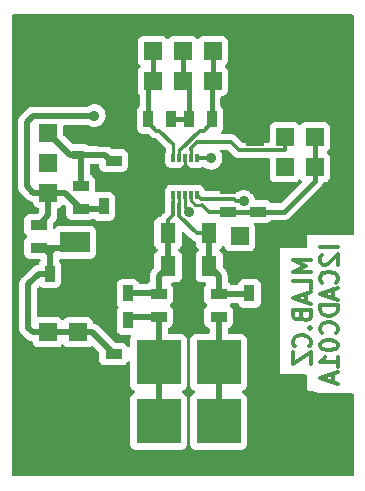
<source format=gbr>
%TF.GenerationSoftware,KiCad,Pcbnew,6.0.11+dfsg-1~bpo11+1*%
%TF.CreationDate,2023-05-28T01:27:10+00:00*%
%TF.ProjectId,I2CADC01,49324341-4443-4303-912e-6b696361645f,rev?*%
%TF.SameCoordinates,Original*%
%TF.FileFunction,Copper,L2,Bot*%
%TF.FilePolarity,Positive*%
%FSLAX46Y46*%
G04 Gerber Fmt 4.6, Leading zero omitted, Abs format (unit mm)*
G04 Created by KiCad (PCBNEW 6.0.11+dfsg-1~bpo11+1) date 2023-05-28 01:27:10*
%MOMM*%
%LPD*%
G01*
G04 APERTURE LIST*
%ADD10C,0.300000*%
%TA.AperFunction,NonConductor*%
%ADD11C,0.300000*%
%TD*%
%TA.AperFunction,ComponentPad*%
%ADD12R,1.524000X1.524000*%
%TD*%
%TA.AperFunction,ComponentPad*%
%ADD13C,6.000000*%
%TD*%
%TA.AperFunction,ComponentPad*%
%ADD14R,3.810000X3.810000*%
%TD*%
%TA.AperFunction,SMDPad,CuDef*%
%ADD15R,0.889000X1.397000*%
%TD*%
%TA.AperFunction,SMDPad,CuDef*%
%ADD16R,1.397000X0.889000*%
%TD*%
%TA.AperFunction,SMDPad,CuDef*%
%ADD17R,2.499360X1.800860*%
%TD*%
%TA.AperFunction,SMDPad,CuDef*%
%ADD18R,1.300480X1.699260*%
%TD*%
%TA.AperFunction,SMDPad,CuDef*%
%ADD19R,0.300000X0.650000*%
%TD*%
%TA.AperFunction,SMDPad,CuDef*%
%ADD20R,1.240000X0.775000*%
%TD*%
%TA.AperFunction,SMDPad,CuDef*%
%ADD21R,1.000760X0.800100*%
%TD*%
%TA.AperFunction,ViaPad*%
%ADD22C,0.889000*%
%TD*%
%TA.AperFunction,Conductor*%
%ADD23C,0.400000*%
%TD*%
%TA.AperFunction,Conductor*%
%ADD24C,0.254000*%
%TD*%
%TA.AperFunction,Conductor*%
%ADD25C,0.300000*%
%TD*%
%TA.AperFunction,Conductor*%
%ADD26C,0.500000*%
%TD*%
G04 APERTURE END LIST*
D10*
D11*
X26078571Y19053428D02*
X24578571Y19053428D01*
X25650000Y18553428D01*
X24578571Y18053428D01*
X26078571Y18053428D01*
X26078571Y16624857D02*
X26078571Y17339142D01*
X24578571Y17339142D01*
X25650000Y16196285D02*
X25650000Y15482000D01*
X26078571Y16339142D02*
X24578571Y15839142D01*
X26078571Y15339142D01*
X25292857Y14339142D02*
X25364285Y14124857D01*
X25435714Y14053428D01*
X25578571Y13982000D01*
X25792857Y13982000D01*
X25935714Y14053428D01*
X26007142Y14124857D01*
X26078571Y14267714D01*
X26078571Y14839142D01*
X24578571Y14839142D01*
X24578571Y14339142D01*
X24650000Y14196285D01*
X24721428Y14124857D01*
X24864285Y14053428D01*
X25007142Y14053428D01*
X25150000Y14124857D01*
X25221428Y14196285D01*
X25292857Y14339142D01*
X25292857Y14839142D01*
X25935714Y13339142D02*
X26007142Y13267714D01*
X26078571Y13339142D01*
X26007142Y13410571D01*
X25935714Y13339142D01*
X26078571Y13339142D01*
X25935714Y11767714D02*
X26007142Y11839142D01*
X26078571Y12053428D01*
X26078571Y12196285D01*
X26007142Y12410571D01*
X25864285Y12553428D01*
X25721428Y12624857D01*
X25435714Y12696285D01*
X25221428Y12696285D01*
X24935714Y12624857D01*
X24792857Y12553428D01*
X24650000Y12410571D01*
X24578571Y12196285D01*
X24578571Y12053428D01*
X24650000Y11839142D01*
X24721428Y11767714D01*
X24578571Y11267714D02*
X24578571Y10267714D01*
X26078571Y11267714D01*
X26078571Y10267714D01*
D10*
D11*
X28364571Y20156571D02*
X26864571Y20156571D01*
X27007428Y19513714D02*
X26936000Y19442285D01*
X26864571Y19299428D01*
X26864571Y18942285D01*
X26936000Y18799428D01*
X27007428Y18728000D01*
X27150285Y18656571D01*
X27293142Y18656571D01*
X27507428Y18728000D01*
X28364571Y19585142D01*
X28364571Y18656571D01*
X28221714Y17156571D02*
X28293142Y17228000D01*
X28364571Y17442285D01*
X28364571Y17585142D01*
X28293142Y17799428D01*
X28150285Y17942285D01*
X28007428Y18013714D01*
X27721714Y18085142D01*
X27507428Y18085142D01*
X27221714Y18013714D01*
X27078857Y17942285D01*
X26936000Y17799428D01*
X26864571Y17585142D01*
X26864571Y17442285D01*
X26936000Y17228000D01*
X27007428Y17156571D01*
X27936000Y16585142D02*
X27936000Y15870857D01*
X28364571Y16728000D02*
X26864571Y16228000D01*
X28364571Y15728000D01*
X28364571Y15228000D02*
X26864571Y15228000D01*
X26864571Y14870857D01*
X26936000Y14656571D01*
X27078857Y14513714D01*
X27221714Y14442285D01*
X27507428Y14370857D01*
X27721714Y14370857D01*
X28007428Y14442285D01*
X28150285Y14513714D01*
X28293142Y14656571D01*
X28364571Y14870857D01*
X28364571Y15228000D01*
X28221714Y12870857D02*
X28293142Y12942285D01*
X28364571Y13156571D01*
X28364571Y13299428D01*
X28293142Y13513714D01*
X28150285Y13656571D01*
X28007428Y13728000D01*
X27721714Y13799428D01*
X27507428Y13799428D01*
X27221714Y13728000D01*
X27078857Y13656571D01*
X26936000Y13513714D01*
X26864571Y13299428D01*
X26864571Y13156571D01*
X26936000Y12942285D01*
X27007428Y12870857D01*
X26864571Y11942285D02*
X26864571Y11799428D01*
X26936000Y11656571D01*
X27007428Y11585142D01*
X27150285Y11513714D01*
X27436000Y11442285D01*
X27793142Y11442285D01*
X28078857Y11513714D01*
X28221714Y11585142D01*
X28293142Y11656571D01*
X28364571Y11799428D01*
X28364571Y11942285D01*
X28293142Y12085142D01*
X28221714Y12156571D01*
X28078857Y12228000D01*
X27793142Y12299428D01*
X27436000Y12299428D01*
X27150285Y12228000D01*
X27007428Y12156571D01*
X26936000Y12085142D01*
X26864571Y11942285D01*
X28364571Y10013714D02*
X28364571Y10870857D01*
X28364571Y10442285D02*
X26864571Y10442285D01*
X27078857Y10585142D01*
X27221714Y10728000D01*
X27293142Y10870857D01*
X27936000Y9442285D02*
X27936000Y8728000D01*
X28364571Y9585142D02*
X26864571Y9085142D01*
X28364571Y8585142D01*
D12*
%TO.P,J1,1*%
%TO.N,GND*%
X3810000Y15494000D03*
%TO.P,J1,2*%
X6350000Y15494000D03*
%TO.P,J1,3*%
%TO.N,Net-(C5-Pad2)*%
X3810000Y12954000D03*
%TO.P,J1,4*%
X6350000Y12954000D03*
%TO.P,J1,5*%
%TO.N,GND*%
X3810000Y10414000D03*
%TO.P,J1,6*%
X6350000Y10414000D03*
%TD*%
%TO.P,J3,1*%
%TO.N,GND*%
X22606000Y21082000D03*
%TO.P,J3,2*%
%TO.N,Net-(J3-Pad2)*%
X20066000Y21082000D03*
%TD*%
%TO.P,J5,1*%
%TO.N,VCC*%
X26416000Y26924000D03*
%TO.P,J5,2*%
%TO.N,/CA0*%
X23876000Y26924000D03*
%TD*%
%TO.P,J6,1*%
%TO.N,VCC*%
X26416000Y29464000D03*
%TO.P,J6,2*%
%TO.N,/CA1*%
X23876000Y29464000D03*
%TD*%
%TO.P,J7,1*%
%TO.N,GND*%
X20320000Y36766500D03*
%TO.P,J7,2*%
X20320000Y34226500D03*
%TO.P,J7,3*%
%TO.N,/SDA*%
X17780000Y36766500D03*
%TO.P,J7,4*%
X17780000Y34226500D03*
%TO.P,J7,5*%
%TO.N,VCC*%
X15240000Y36766500D03*
%TO.P,J7,6*%
X15240000Y34226500D03*
%TO.P,J7,7*%
%TO.N,/SCL*%
X12700000Y36766500D03*
%TO.P,J7,8*%
X12700000Y34226500D03*
%TO.P,J7,9*%
%TO.N,GND*%
X10160000Y36766500D03*
%TO.P,J7,10*%
X10160000Y34226500D03*
%TD*%
D13*
%TO.P,M1,1*%
%TO.N,GND*%
X5080000Y35560000D03*
%TD*%
%TO.P,M2,1*%
%TO.N,GND*%
X25400000Y5080000D03*
%TD*%
%TO.P,M3,1*%
%TO.N,GND*%
X25400000Y35560000D03*
%TD*%
%TO.P,M4,1*%
%TO.N,GND*%
X5080000Y5080000D03*
%TD*%
D14*
%TO.P,P1,1*%
%TO.N,Net-(P1-Pad1)*%
X18288000Y5414000D03*
X18288000Y10414000D03*
%TD*%
%TO.P,P2,1*%
%TO.N,Net-(P2-Pad1)*%
X13208000Y10414000D03*
X13208000Y5414000D03*
%TD*%
D12*
%TO.P,J4,1*%
%TO.N,Net-(C8-Pad2)*%
X3873500Y29845000D03*
%TO.P,J4,2*%
%TO.N,Net-(J4-Pad2)*%
X3873500Y27305000D03*
%TO.P,J4,3*%
%TO.N,VCC*%
X3873500Y24765000D03*
%TD*%
%TO.P,J8,1*%
%TO.N,GND*%
X21336000Y26924000D03*
%TO.P,J8,2*%
X21336000Y29464000D03*
%TD*%
D15*
%TO.P,C1,1*%
%TO.N,GND*%
X22796500Y16256000D03*
%TO.P,C1,2*%
%TO.N,Net-(C1-Pad2)*%
X20891500Y16256000D03*
%TD*%
%TO.P,C2,1*%
%TO.N,Net-(C2-Pad1)*%
X10604500Y16256000D03*
%TO.P,C2,2*%
%TO.N,GND*%
X8699500Y16256000D03*
%TD*%
D16*
%TO.P,C3,1*%
%TO.N,GND*%
X21590000Y25082500D03*
%TO.P,C3,2*%
%TO.N,VCC*%
X21590000Y23177500D03*
%TD*%
%TO.P,C4,1*%
%TO.N,GND*%
X19050000Y25082500D03*
%TO.P,C4,2*%
%TO.N,VCC*%
X19050000Y23177500D03*
%TD*%
D17*
%TO.P,D1,1*%
%TO.N,GND*%
X10126980Y20574000D03*
%TO.P,D1,2*%
%TO.N,Net-(C5-Pad2)*%
X6129020Y20574000D03*
%TD*%
D18*
%TO.P,D2,1*%
%TO.N,Net-(C1-Pad2)*%
X17498060Y18542000D03*
%TO.P,D2,2*%
%TO.N,Net-(C2-Pad1)*%
X13997940Y18542000D03*
%TD*%
%TO.P,D3,1*%
%TO.N,Net-(C2-Pad1)*%
X13997940Y21336000D03*
%TO.P,D3,2*%
%TO.N,Net-(C1-Pad2)*%
X17498060Y21336000D03*
%TD*%
D16*
%TO.P,R1,1*%
%TO.N,Net-(C1-Pad2)*%
X18288000Y16192500D03*
%TO.P,R1,2*%
%TO.N,Net-(P1-Pad1)*%
X18288000Y14287500D03*
%TD*%
%TO.P,R2,1*%
%TO.N,Net-(C2-Pad1)*%
X13208000Y16192500D03*
%TO.P,R2,2*%
%TO.N,Net-(P2-Pad1)*%
X13208000Y14287500D03*
%TD*%
%TO.P,R3,1*%
%TO.N,Net-(C8-Pad2)*%
X6604000Y25336500D03*
%TO.P,R3,2*%
%TO.N,VCC*%
X6604000Y23431500D03*
%TD*%
D15*
%TO.P,R4,1*%
%TO.N,/SDA*%
X17716500Y30988000D03*
%TO.P,R4,2*%
%TO.N,VCC*%
X15811500Y30988000D03*
%TD*%
%TO.P,R5,1*%
%TO.N,/SCL*%
X12319000Y30988000D03*
%TO.P,R5,2*%
%TO.N,VCC*%
X14224000Y30988000D03*
%TD*%
D19*
%TO.P,U1,1*%
%TO.N,Net-(J4-Pad2)*%
X16430500Y24612000D03*
%TO.P,U1,2*%
%TO.N,VCC*%
X15930500Y24612000D03*
%TO.P,U1,3*%
%TO.N,Net-(J3-Pad2)*%
X15430500Y24612000D03*
%TO.P,U1,4*%
%TO.N,Net-(C1-Pad2)*%
X14930500Y24612000D03*
%TO.P,U1,5*%
%TO.N,Net-(C2-Pad1)*%
X14430500Y24612000D03*
%TO.P,U1,6*%
%TO.N,/SCL*%
X14430500Y27712000D03*
%TO.P,U1,7*%
%TO.N,/SDA*%
X14930500Y27712000D03*
%TO.P,U1,8*%
%TO.N,GND*%
X15430500Y27712000D03*
%TO.P,U1,9*%
%TO.N,/CA1*%
X15930500Y27712000D03*
%TO.P,U1,10*%
%TO.N,/CA0*%
X16430500Y27712000D03*
D20*
%TO.P,U1,11*%
%TO.N,GND*%
X14810500Y26549500D03*
X14810500Y25774500D03*
X16050500Y25774500D03*
X16050500Y26549500D03*
%TD*%
D21*
%TO.P,D4,1*%
%TO.N,Net-(C8-Pad2)*%
X6393180Y28003500D03*
%TO.P,D4,2*%
%TO.N,GND*%
X6393180Y29908500D03*
%TO.P,D4,3*%
X8592820Y28956000D03*
%TD*%
D16*
%TO.P,L1,1*%
%TO.N,Net-(C5-Pad2)*%
X3048000Y20129500D03*
%TO.P,L1,2*%
%TO.N,VCC*%
X3048000Y22034500D03*
%TD*%
D15*
%TO.P,C5,1*%
%TO.N,GND*%
X5905500Y17907000D03*
%TO.P,C5,2*%
%TO.N,Net-(C5-Pad2)*%
X4000500Y17907000D03*
%TD*%
%TO.P,C6,1*%
%TO.N,GND*%
X10477500Y23622000D03*
%TO.P,C6,2*%
%TO.N,VCC*%
X8572500Y23622000D03*
%TD*%
D16*
%TO.P,C7,1*%
%TO.N,GND*%
X9398000Y9207500D03*
%TO.P,C7,2*%
%TO.N,Net-(C5-Pad2)*%
X9398000Y11112500D03*
%TD*%
%TO.P,C8,1*%
%TO.N,GND*%
X9398000Y25590500D03*
%TO.P,C8,2*%
%TO.N,Net-(C8-Pad2)*%
X9398000Y27495500D03*
%TD*%
D15*
%TO.P,R6,1*%
%TO.N,GND*%
X8699500Y13970000D03*
%TO.P,R6,2*%
%TO.N,Net-(P2-Pad1)*%
X10604500Y13970000D03*
%TD*%
D22*
%TO.N,VCC*%
X7757524Y31309999D03*
%TO.N,Net-(J3-Pad2)*%
X15748000Y23177500D03*
%TO.N,/CA0*%
X17653000Y27686000D03*
%TO.N,Net-(J4-Pad2)*%
X20402158Y24041436D03*
%TD*%
D23*
%TO.N,GND*%
X10160000Y36766500D02*
X10160000Y34226500D01*
D24*
X15430500Y27169500D02*
X14810500Y26549500D01*
D23*
X20320000Y36766500D02*
X20320000Y34226500D01*
D24*
X15430500Y27712000D02*
X15430500Y27169500D01*
X15430500Y27169500D02*
X16050500Y26549500D01*
D25*
%TO.N,Net-(C1-Pad2)*%
X17498060Y21336000D02*
X16413638Y21336000D01*
D24*
X14930500Y24612000D02*
X14930500Y23846618D01*
D25*
X14930500Y22819138D02*
X14930500Y23846618D01*
D26*
X17498060Y18542000D02*
X17498060Y21336000D01*
X18288000Y16192500D02*
X18288000Y17752060D01*
X20828000Y16192500D02*
X20891500Y16256000D01*
D25*
X16413638Y21336000D02*
X14930500Y22819138D01*
D26*
X18288000Y16192500D02*
X20828000Y16192500D01*
X18288000Y17752060D02*
X17498060Y18542000D01*
%TO.N,Net-(C2-Pad1)*%
X10604500Y16256000D02*
X13144500Y16256000D01*
X13208000Y17752060D02*
X13997940Y18542000D01*
X13997940Y18542000D02*
X13997940Y21336000D01*
D24*
X14430500Y24304500D02*
X14430490Y24304490D01*
X14430500Y21768560D02*
X13997940Y21336000D01*
D25*
X13997940Y21336000D02*
X13997940Y22485630D01*
D24*
X14430490Y24304490D02*
X14430490Y23992878D01*
D26*
X13208000Y16192500D02*
X13208000Y17752060D01*
D25*
X13997940Y22485630D02*
X14430490Y22918180D01*
D26*
X13144500Y16256000D02*
X13208000Y16192500D01*
D25*
X14430490Y22918180D02*
X14430490Y23992878D01*
D24*
X14430500Y24612000D02*
X14430500Y24304500D01*
D23*
%TO.N,VCC*%
X15811500Y30988000D02*
X14224000Y30988000D01*
D26*
X3873500Y24765000D02*
X2611500Y24765000D01*
X7757524Y31309999D02*
X6280149Y31309999D01*
D23*
X15240000Y36766500D02*
X15240000Y34226500D01*
D26*
X6604000Y23431500D02*
X8534400Y23431500D01*
D23*
X23831500Y23177500D02*
X22688500Y23177500D01*
D25*
X16891000Y23749000D02*
X17462500Y23177500D01*
D23*
X22688500Y23177500D02*
X21590000Y23177500D01*
X26416000Y26924000D02*
X26416000Y25762000D01*
D26*
X3873500Y24765000D02*
X3873500Y22860000D01*
D24*
X15930500Y24612000D02*
X15930500Y24136822D01*
D23*
X26416000Y26924000D02*
X26416000Y29464000D01*
D26*
X2032000Y25344500D02*
X2032000Y30732150D01*
X2032000Y30732150D02*
X2609849Y31309999D01*
D23*
X15811500Y33655000D02*
X15240000Y34226500D01*
D24*
X15930500Y24136822D02*
X16318322Y23749000D01*
D23*
X26416000Y25762000D02*
X23831500Y23177500D01*
D26*
X5270500Y24765000D02*
X6604000Y23431500D01*
X3406709Y22393209D02*
X3048000Y22034500D01*
X3873500Y22860000D02*
X3048000Y22034500D01*
D23*
X15811500Y30988000D02*
X15811500Y33655000D01*
X21590000Y23177500D02*
X19050000Y23177500D01*
D26*
X3873500Y24765000D02*
X5270500Y24765000D01*
X2611500Y24765000D02*
X2032000Y25344500D01*
D24*
X16318322Y23749000D02*
X16891000Y23749000D01*
D25*
X17462500Y23177500D02*
X19050000Y23177500D01*
D26*
X3873500Y24765000D02*
X3873500Y24701500D01*
X2609849Y31309999D02*
X6280149Y31309999D01*
D24*
%TO.N,Net-(J3-Pad2)*%
X15430500Y23495000D02*
X15748000Y23177500D01*
X15430500Y24612000D02*
X15430500Y23495000D01*
D25*
%TO.N,/CA0*%
X23876000Y26924000D02*
X23703142Y26924000D01*
X17653000Y27686000D02*
X16456501Y27686000D01*
X16456501Y27686000D02*
X16430501Y27712000D01*
%TO.N,/CA1*%
X23876000Y28402000D02*
X23876000Y29464000D01*
X23825999Y28351999D02*
X23876000Y28402000D01*
X16429620Y29083000D02*
X19304000Y29083000D01*
X20035001Y28351999D02*
X23825999Y28351999D01*
D24*
X15930500Y27712000D02*
X15930500Y28376500D01*
D25*
X15930500Y28583880D02*
X16429620Y29083000D01*
X15930500Y28376500D02*
X15930500Y28583880D01*
X19304000Y29083000D02*
X20035001Y28351999D01*
%TO.N,/SDA*%
X17716500Y30988000D02*
X17716500Y30734000D01*
X17716500Y30734000D02*
X17018000Y30035500D01*
D24*
X14930500Y28291000D02*
X15027148Y28387648D01*
D25*
X17018000Y30035500D02*
X16675000Y30035500D01*
D23*
X17780000Y36766500D02*
X17780000Y34226500D01*
D25*
X16675000Y30035500D02*
X15027148Y28387648D01*
D24*
X14930500Y27712000D02*
X14930500Y28291000D01*
D23*
X17716500Y30988000D02*
X17716500Y34163000D01*
X17716500Y34163000D02*
X17780000Y34226500D01*
D25*
%TO.N,/SCL*%
X12319000Y30734000D02*
X13017500Y30035500D01*
D23*
X12319000Y33845500D02*
X12700000Y34226500D01*
X12700000Y36766500D02*
X12700000Y34226500D01*
D25*
X13271500Y30035500D02*
X14430500Y28876500D01*
X13017500Y30035500D02*
X13271500Y30035500D01*
D23*
X12319000Y30988000D02*
X12319000Y33845500D01*
D24*
X14430500Y27712000D02*
X14430500Y28876500D01*
D25*
X12319000Y30988000D02*
X12319000Y30734000D01*
D26*
%TO.N,Net-(P1-Pad1)*%
X18288000Y7819000D02*
X18288000Y10414000D01*
X18288000Y5414000D02*
X18288000Y7819000D01*
X18288000Y10414000D02*
X18288000Y14287500D01*
%TO.N,Net-(P2-Pad1)*%
X13208000Y7819000D02*
X13208000Y10414000D01*
X10922000Y14287500D02*
X10604500Y13970000D01*
X13208000Y5414000D02*
X13208000Y7819000D01*
X13208000Y10414000D02*
X13208000Y14287500D01*
X13208000Y14287500D02*
X10922000Y14287500D01*
%TO.N,Net-(C5-Pad2)*%
X4000500Y19621500D02*
X4000500Y19730371D01*
X4399629Y20129500D02*
X5684520Y20129500D01*
X4000500Y19621500D02*
X3492500Y20129500D01*
X2159000Y13343000D02*
X2159000Y17010000D01*
X3810000Y12954000D02*
X6350000Y12954000D01*
X5684520Y20129500D02*
X6129020Y20574000D01*
X7556500Y12954000D02*
X9398000Y11112500D01*
X2159000Y17010000D02*
X3056000Y17907000D01*
X3056000Y17907000D02*
X4000500Y17907000D01*
X6350000Y12954000D02*
X7556500Y12954000D01*
X2548000Y12954000D02*
X2159000Y13343000D01*
X6413500Y12890500D02*
X6350000Y12954000D01*
X3048000Y20129500D02*
X4399629Y20129500D01*
X4000500Y17907000D02*
X4000500Y19621500D01*
X3492500Y20129500D02*
X3048000Y20129500D01*
X4000500Y19730371D02*
X4399629Y20129500D01*
X3810000Y12954000D02*
X2548000Y12954000D01*
D25*
%TO.N,Net-(J4-Pad2)*%
X20402158Y24041436D02*
X19773541Y24041436D01*
X19773541Y24041436D02*
X19565969Y24249008D01*
X16793492Y24249008D02*
X16430501Y24611999D01*
X16430501Y24611999D02*
X16430501Y24612000D01*
X19565969Y24249008D02*
X16793492Y24249008D01*
D26*
%TO.N,Net-(C8-Pad2)*%
X3937000Y29908500D02*
X3873500Y29845000D01*
X5715000Y28003500D02*
X3873500Y29845000D01*
X8626068Y28003500D02*
X9266034Y27363534D01*
X6604000Y25336500D02*
X6604000Y27792680D01*
D23*
X6493510Y28003500D02*
X6393180Y28003500D01*
D26*
X6393180Y28003500D02*
X8626068Y28003500D01*
X6604000Y27792680D02*
X6393180Y28003500D01*
X6393180Y28003500D02*
X5715000Y28003500D01*
%TD*%
%TA.AperFunction,Conductor*%
%TO.N,GND*%
G36*
X29659621Y39857498D02*
G01*
X29706114Y39803842D01*
X29717500Y39751500D01*
X29717500Y21298215D01*
X29697498Y21230094D01*
X29643842Y21183601D01*
X29591500Y21172215D01*
X25745000Y21172215D01*
X25745000Y20195072D01*
X25724998Y20126951D01*
X25671342Y20080458D01*
X25619000Y20069072D01*
X23459000Y20069072D01*
X23459000Y9394929D01*
X25619000Y9394929D01*
X25687121Y9374927D01*
X25733614Y9321271D01*
X25745000Y9268929D01*
X25745000Y7783786D01*
X29591500Y7783786D01*
X29659621Y7763784D01*
X29706114Y7710128D01*
X29717500Y7657786D01*
X29717500Y888500D01*
X29697498Y820379D01*
X29643842Y773886D01*
X29591500Y762500D01*
X888500Y762500D01*
X820379Y782502D01*
X773886Y836158D01*
X762500Y888500D01*
X762500Y25371151D01*
X1268801Y25371151D01*
X1269394Y25363859D01*
X1269394Y25363856D01*
X1273085Y25318482D01*
X1273500Y25308267D01*
X1273500Y25300207D01*
X1273925Y25296563D01*
X1276789Y25271993D01*
X1277222Y25267618D01*
X1278948Y25246404D01*
X1283140Y25194863D01*
X1285396Y25187899D01*
X1286587Y25181940D01*
X1287971Y25176085D01*
X1288818Y25168819D01*
X1313735Y25100173D01*
X1315152Y25096045D01*
X1333484Y25039459D01*
X1337649Y25026601D01*
X1341445Y25020346D01*
X1343951Y25014872D01*
X1346670Y25009442D01*
X1349167Y25002563D01*
X1353180Y24996443D01*
X1353180Y24996442D01*
X1389186Y24941524D01*
X1391523Y24937820D01*
X1429405Y24875393D01*
X1433121Y24871185D01*
X1433122Y24871184D01*
X1436803Y24867016D01*
X1436776Y24866992D01*
X1439429Y24864000D01*
X1442132Y24860767D01*
X1446144Y24854648D01*
X1473608Y24828631D01*
X1502383Y24801372D01*
X1504825Y24798994D01*
X2027730Y24276089D01*
X2040116Y24261677D01*
X2048649Y24250082D01*
X2048654Y24250077D01*
X2052992Y24244182D01*
X2058570Y24239443D01*
X2058573Y24239440D01*
X2093268Y24209965D01*
X2100784Y24203035D01*
X2106480Y24197339D01*
X2109341Y24195076D01*
X2109346Y24195071D01*
X2128766Y24179707D01*
X2132167Y24176918D01*
X2187785Y24129667D01*
X2194298Y24126341D01*
X2199337Y24122980D01*
X2204479Y24119804D01*
X2210216Y24115266D01*
X2276375Y24084345D01*
X2280269Y24082442D01*
X2345308Y24049231D01*
X2352417Y24047492D01*
X2358051Y24045396D01*
X2363821Y24043477D01*
X2370450Y24040378D01*
X2377613Y24038888D01*
X2377616Y24038887D01*
X2428330Y24028339D01*
X2441935Y24025509D01*
X2446213Y24024540D01*
X2513728Y24008020D01*
X2575142Y23972401D01*
X2607550Y23909232D01*
X2608758Y23901142D01*
X2608902Y23900537D01*
X2609755Y23892684D01*
X2660885Y23756295D01*
X2748239Y23639739D01*
X2864795Y23552385D01*
X3001184Y23501255D01*
X3009040Y23500402D01*
X3016722Y23498575D01*
X3016000Y23495540D01*
X3068191Y23473841D01*
X3108605Y23415470D01*
X3115000Y23375837D01*
X3115000Y23226371D01*
X3094998Y23158250D01*
X3078095Y23137276D01*
X2965224Y23024405D01*
X2902912Y22990379D01*
X2876129Y22987500D01*
X2301366Y22987500D01*
X2239184Y22980745D01*
X2102795Y22929615D01*
X1986239Y22842261D01*
X1898885Y22725705D01*
X1847755Y22589316D01*
X1841000Y22527134D01*
X1841000Y21541866D01*
X1847755Y21479684D01*
X1898885Y21343295D01*
X1986239Y21226739D01*
X2043798Y21183601D01*
X2044832Y21182826D01*
X2087347Y21125967D01*
X2092373Y21055148D01*
X2058313Y20992855D01*
X2044833Y20981175D01*
X1986239Y20937261D01*
X1898885Y20820705D01*
X1847755Y20684316D01*
X1841000Y20622134D01*
X1841000Y19636866D01*
X1847755Y19574684D01*
X1898885Y19438295D01*
X1986239Y19321739D01*
X2102795Y19234385D01*
X2239184Y19183255D01*
X2301366Y19176500D01*
X3098087Y19176500D01*
X3166208Y19156498D01*
X3212701Y19102842D01*
X3222805Y19032568D01*
X3194145Y18969815D01*
X3192739Y18968761D01*
X3105385Y18852205D01*
X3102233Y18843797D01*
X3063791Y18741254D01*
X3021149Y18684490D01*
X2956024Y18659899D01*
X2935253Y18658210D01*
X2913662Y18656454D01*
X2913659Y18656453D01*
X2906364Y18655860D01*
X2899400Y18653604D01*
X2893461Y18652417D01*
X2887590Y18651030D01*
X2880319Y18650182D01*
X2873443Y18647686D01*
X2873434Y18647684D01*
X2811702Y18625275D01*
X2807598Y18623865D01*
X2738101Y18601352D01*
X2731846Y18597556D01*
X2726387Y18595057D01*
X2720939Y18592329D01*
X2714063Y18589833D01*
X2653010Y18549805D01*
X2649337Y18547487D01*
X2586893Y18509595D01*
X2578517Y18502198D01*
X2578493Y18502225D01*
X2575499Y18499570D01*
X2572268Y18496868D01*
X2566148Y18492856D01*
X2561116Y18487544D01*
X2512872Y18436617D01*
X2510494Y18434175D01*
X1670089Y17593770D01*
X1655677Y17581384D01*
X1644082Y17572851D01*
X1644077Y17572846D01*
X1638182Y17568508D01*
X1633443Y17562930D01*
X1633440Y17562927D01*
X1603965Y17528232D01*
X1597035Y17520716D01*
X1591340Y17515021D01*
X1589060Y17512139D01*
X1573719Y17492749D01*
X1570928Y17489345D01*
X1540451Y17453471D01*
X1523667Y17433715D01*
X1520339Y17427199D01*
X1516972Y17422150D01*
X1513805Y17417021D01*
X1509266Y17411284D01*
X1478345Y17345125D01*
X1476442Y17341231D01*
X1443231Y17276192D01*
X1441492Y17269084D01*
X1439393Y17263441D01*
X1437476Y17257678D01*
X1434378Y17251050D01*
X1432888Y17243888D01*
X1432888Y17243887D01*
X1419514Y17179588D01*
X1418544Y17175304D01*
X1401192Y17104390D01*
X1400500Y17093236D01*
X1400464Y17093238D01*
X1400225Y17089245D01*
X1399851Y17085053D01*
X1398360Y17077885D01*
X1398558Y17070568D01*
X1400454Y17000479D01*
X1400500Y16997072D01*
X1400500Y13410070D01*
X1399067Y13391120D01*
X1395801Y13369651D01*
X1396394Y13362359D01*
X1396394Y13362356D01*
X1400085Y13316982D01*
X1400500Y13306767D01*
X1400500Y13298707D01*
X1400925Y13295063D01*
X1403789Y13270493D01*
X1404222Y13266118D01*
X1407700Y13223366D01*
X1410140Y13193363D01*
X1412396Y13186399D01*
X1413587Y13180440D01*
X1414971Y13174585D01*
X1415818Y13167319D01*
X1440735Y13098673D01*
X1442152Y13094545D01*
X1462026Y13033199D01*
X1464649Y13025101D01*
X1468445Y13018846D01*
X1470951Y13013372D01*
X1473670Y13007942D01*
X1476167Y13001063D01*
X1480180Y12994943D01*
X1480180Y12994942D01*
X1516186Y12940024D01*
X1518523Y12936320D01*
X1556405Y12873893D01*
X1560121Y12869685D01*
X1560122Y12869684D01*
X1563803Y12865516D01*
X1563776Y12865492D01*
X1566429Y12862500D01*
X1569132Y12859267D01*
X1573144Y12853148D01*
X1600608Y12827131D01*
X1629383Y12799872D01*
X1631825Y12797494D01*
X1964230Y12465089D01*
X1976616Y12450677D01*
X1985149Y12439082D01*
X1985154Y12439077D01*
X1989492Y12433182D01*
X1995070Y12428443D01*
X1995073Y12428440D01*
X2029768Y12398965D01*
X2037284Y12392035D01*
X2042979Y12386340D01*
X2045861Y12384060D01*
X2065251Y12368719D01*
X2068655Y12365928D01*
X2071258Y12363717D01*
X2124285Y12318667D01*
X2130801Y12315339D01*
X2135850Y12311972D01*
X2140979Y12308805D01*
X2146716Y12304266D01*
X2212875Y12273345D01*
X2216769Y12271442D01*
X2281808Y12238231D01*
X2288916Y12236492D01*
X2294559Y12234393D01*
X2300322Y12232476D01*
X2306950Y12229378D01*
X2314112Y12227888D01*
X2314113Y12227888D01*
X2378412Y12214514D01*
X2382700Y12213543D01*
X2411846Y12206411D01*
X2450228Y12197020D01*
X2511642Y12161401D01*
X2544050Y12098233D01*
X2545259Y12090141D01*
X2545401Y12089542D01*
X2546255Y12081684D01*
X2597385Y11945295D01*
X2684739Y11828739D01*
X2801295Y11741385D01*
X2937684Y11690255D01*
X2999866Y11683500D01*
X4620134Y11683500D01*
X4682316Y11690255D01*
X4818705Y11741385D01*
X4935261Y11828739D01*
X4979174Y11887332D01*
X5036033Y11929847D01*
X5106852Y11934873D01*
X5169145Y11900813D01*
X5180825Y11887333D01*
X5224739Y11828739D01*
X5341295Y11741385D01*
X5477684Y11690255D01*
X5539866Y11683500D01*
X7160134Y11683500D01*
X7222316Y11690255D01*
X7358705Y11741385D01*
X7365892Y11746771D01*
X7464338Y11820552D01*
X7530845Y11845400D01*
X7600227Y11830347D01*
X7628998Y11808821D01*
X8154095Y11283724D01*
X8188121Y11221412D01*
X8191000Y11194629D01*
X8191000Y10619866D01*
X8197755Y10557684D01*
X8248885Y10421295D01*
X8336239Y10304739D01*
X8452795Y10217385D01*
X8589184Y10166255D01*
X8651366Y10159500D01*
X10144634Y10159500D01*
X10206816Y10166255D01*
X10343205Y10217385D01*
X10459761Y10304739D01*
X10547115Y10421295D01*
X10550519Y10430374D01*
X10550945Y10430941D01*
X10554577Y10437575D01*
X10555535Y10437051D01*
X10593161Y10487137D01*
X10659723Y10511836D01*
X10729072Y10496628D01*
X10779189Y10446341D01*
X10794500Y10386142D01*
X10794500Y8460866D01*
X10801255Y8398684D01*
X10852385Y8262295D01*
X10939739Y8145739D01*
X11056295Y8058385D01*
X11064704Y8055233D01*
X11064705Y8055232D01*
X11126724Y8031982D01*
X11183489Y7989341D01*
X11208189Y7922779D01*
X11192982Y7853430D01*
X11142696Y7803312D01*
X11126724Y7796018D01*
X11064705Y7772768D01*
X11064704Y7772767D01*
X11056295Y7769615D01*
X10939739Y7682261D01*
X10852385Y7565705D01*
X10801255Y7429316D01*
X10794500Y7367134D01*
X10794500Y3460866D01*
X10801255Y3398684D01*
X10852385Y3262295D01*
X10939739Y3145739D01*
X11056295Y3058385D01*
X11192684Y3007255D01*
X11254866Y3000500D01*
X15161134Y3000500D01*
X15223316Y3007255D01*
X15359705Y3058385D01*
X15476261Y3145739D01*
X15563615Y3262295D01*
X15614745Y3398684D01*
X15621500Y3460866D01*
X15621500Y7367134D01*
X15614745Y7429316D01*
X15563615Y7565705D01*
X15476261Y7682261D01*
X15359705Y7769615D01*
X15351296Y7772767D01*
X15351295Y7772768D01*
X15289276Y7796018D01*
X15232511Y7838659D01*
X15207811Y7905221D01*
X15223018Y7974570D01*
X15273304Y8024688D01*
X15289276Y8031982D01*
X15351295Y8055232D01*
X15351296Y8055233D01*
X15359705Y8058385D01*
X15476261Y8145739D01*
X15563615Y8262295D01*
X15614745Y8398684D01*
X15621500Y8460866D01*
X15621500Y12367134D01*
X15614745Y12429316D01*
X15563615Y12565705D01*
X15476261Y12682261D01*
X15359705Y12769615D01*
X15223316Y12820745D01*
X15161134Y12827500D01*
X14092500Y12827500D01*
X14024379Y12847502D01*
X13977886Y12901158D01*
X13966500Y12953500D01*
X13966500Y13235065D01*
X13986502Y13303186D01*
X14040158Y13349679D01*
X14048271Y13353047D01*
X14144795Y13389232D01*
X14144796Y13389233D01*
X14153205Y13392385D01*
X14269761Y13479739D01*
X14357115Y13596295D01*
X14408245Y13732684D01*
X14415000Y13794866D01*
X14415000Y14780134D01*
X14408245Y14842316D01*
X14357115Y14978705D01*
X14269761Y15095261D01*
X14211168Y15139174D01*
X14168653Y15196033D01*
X14163627Y15266852D01*
X14197687Y15329145D01*
X14211168Y15340826D01*
X14262581Y15379358D01*
X14269761Y15384739D01*
X14357115Y15501295D01*
X14408245Y15637684D01*
X14415000Y15699866D01*
X14415000Y16685134D01*
X14408245Y16747316D01*
X14357115Y16883705D01*
X14283218Y16982306D01*
X14258370Y17048811D01*
X14273423Y17118194D01*
X14323597Y17168424D01*
X14384044Y17183870D01*
X14696314Y17183870D01*
X14758496Y17190625D01*
X14894885Y17241755D01*
X15011441Y17329109D01*
X15098795Y17445665D01*
X15149925Y17582054D01*
X15156680Y17644236D01*
X15156680Y19439764D01*
X15149925Y19501946D01*
X15098795Y19638335D01*
X15011441Y19754891D01*
X14900317Y19838174D01*
X14857802Y19895033D01*
X14852776Y19965852D01*
X14886836Y20028145D01*
X14900317Y20039826D01*
X15004261Y20117728D01*
X15011441Y20123109D01*
X15098795Y20239665D01*
X15149925Y20376054D01*
X15156680Y20438236D01*
X15156680Y21357508D01*
X15176682Y21425629D01*
X15230338Y21472122D01*
X15300612Y21482226D01*
X15365192Y21452732D01*
X15371775Y21446603D01*
X15889983Y20928395D01*
X15897973Y20919615D01*
X15902222Y20912920D01*
X15908000Y20907494D01*
X15908001Y20907493D01*
X15953895Y20864396D01*
X15956737Y20861641D01*
X15977305Y20841073D01*
X15980808Y20838356D01*
X15989833Y20830648D01*
X16023505Y20799028D01*
X16030456Y20795207D01*
X16030457Y20795206D01*
X16042296Y20788697D01*
X16058820Y20777843D01*
X16068909Y20770018D01*
X16075770Y20764696D01*
X16083042Y20761549D01*
X16083044Y20761548D01*
X16118173Y20746346D01*
X16128834Y20741124D01*
X16169301Y20718876D01*
X16190079Y20713541D01*
X16208769Y20707142D01*
X16228462Y20698620D01*
X16236294Y20697380D01*
X16243906Y20695168D01*
X16243286Y20693032D01*
X16297174Y20667493D01*
X16334707Y20607229D01*
X16339320Y20573448D01*
X16339320Y20438236D01*
X16346075Y20376054D01*
X16397205Y20239665D01*
X16484559Y20123109D01*
X16491739Y20117728D01*
X16595683Y20039826D01*
X16638198Y19982967D01*
X16643224Y19912148D01*
X16609164Y19849855D01*
X16595682Y19838174D01*
X16484559Y19754891D01*
X16397205Y19638335D01*
X16346075Y19501946D01*
X16339320Y19439764D01*
X16339320Y17644236D01*
X16346075Y17582054D01*
X16397205Y17445665D01*
X16484559Y17329109D01*
X16601115Y17241755D01*
X16737504Y17190625D01*
X16799686Y17183870D01*
X17111956Y17183870D01*
X17180077Y17163868D01*
X17226570Y17110212D01*
X17236674Y17039938D01*
X17212782Y16982306D01*
X17138885Y16883705D01*
X17087755Y16747316D01*
X17081000Y16685134D01*
X17081000Y15699866D01*
X17087755Y15637684D01*
X17138885Y15501295D01*
X17226239Y15384739D01*
X17233419Y15379358D01*
X17284832Y15340826D01*
X17327347Y15283967D01*
X17332373Y15213148D01*
X17298313Y15150855D01*
X17284833Y15139175D01*
X17226239Y15095261D01*
X17138885Y14978705D01*
X17087755Y14842316D01*
X17081000Y14780134D01*
X17081000Y13794866D01*
X17087755Y13732684D01*
X17138885Y13596295D01*
X17226239Y13479739D01*
X17342795Y13392385D01*
X17351204Y13389233D01*
X17351205Y13389232D01*
X17447729Y13353047D01*
X17504494Y13310406D01*
X17529194Y13243844D01*
X17529500Y13235065D01*
X17529500Y12953500D01*
X17509498Y12885379D01*
X17455842Y12838886D01*
X17403500Y12827500D01*
X16334866Y12827500D01*
X16272684Y12820745D01*
X16136295Y12769615D01*
X16019739Y12682261D01*
X15932385Y12565705D01*
X15881255Y12429316D01*
X15874500Y12367134D01*
X15874500Y8460866D01*
X15881255Y8398684D01*
X15932385Y8262295D01*
X16019739Y8145739D01*
X16136295Y8058385D01*
X16144704Y8055233D01*
X16144705Y8055232D01*
X16206724Y8031982D01*
X16263489Y7989341D01*
X16288189Y7922779D01*
X16272982Y7853430D01*
X16222696Y7803312D01*
X16206724Y7796018D01*
X16144705Y7772768D01*
X16144704Y7772767D01*
X16136295Y7769615D01*
X16019739Y7682261D01*
X15932385Y7565705D01*
X15881255Y7429316D01*
X15874500Y7367134D01*
X15874500Y3460866D01*
X15881255Y3398684D01*
X15932385Y3262295D01*
X16019739Y3145739D01*
X16136295Y3058385D01*
X16272684Y3007255D01*
X16334866Y3000500D01*
X20241134Y3000500D01*
X20303316Y3007255D01*
X20439705Y3058385D01*
X20556261Y3145739D01*
X20643615Y3262295D01*
X20694745Y3398684D01*
X20701500Y3460866D01*
X20701500Y7367134D01*
X20694745Y7429316D01*
X20643615Y7565705D01*
X20556261Y7682261D01*
X20439705Y7769615D01*
X20431296Y7772767D01*
X20431295Y7772768D01*
X20369276Y7796018D01*
X20312511Y7838659D01*
X20287811Y7905221D01*
X20303018Y7974570D01*
X20353304Y8024688D01*
X20369276Y8031982D01*
X20431295Y8055232D01*
X20431296Y8055233D01*
X20439705Y8058385D01*
X20556261Y8145739D01*
X20643615Y8262295D01*
X20694745Y8398684D01*
X20701500Y8460866D01*
X20701500Y12367134D01*
X20694745Y12429316D01*
X20643615Y12565705D01*
X20556261Y12682261D01*
X20439705Y12769615D01*
X20303316Y12820745D01*
X20241134Y12827500D01*
X19172500Y12827500D01*
X19104379Y12847502D01*
X19057886Y12901158D01*
X19046500Y12953500D01*
X19046500Y13235065D01*
X19066502Y13303186D01*
X19120158Y13349679D01*
X19128271Y13353047D01*
X19224795Y13389232D01*
X19224796Y13389233D01*
X19233205Y13392385D01*
X19349761Y13479739D01*
X19437115Y13596295D01*
X19488245Y13732684D01*
X19495000Y13794866D01*
X19495000Y14780134D01*
X19488245Y14842316D01*
X19437115Y14978705D01*
X19349761Y15095261D01*
X19291168Y15139174D01*
X19248653Y15196033D01*
X19243627Y15266852D01*
X19277687Y15329145D01*
X19291168Y15340826D01*
X19342581Y15379358D01*
X19349761Y15384739D01*
X19355143Y15391920D01*
X19360318Y15397095D01*
X19422630Y15431121D01*
X19449413Y15434000D01*
X19862870Y15434000D01*
X19930991Y15413998D01*
X19977484Y15360342D01*
X19980851Y15352231D01*
X19996385Y15310795D01*
X20083739Y15194239D01*
X20200295Y15106885D01*
X20336684Y15055755D01*
X20398866Y15049000D01*
X21384134Y15049000D01*
X21446316Y15055755D01*
X21582705Y15106885D01*
X21699261Y15194239D01*
X21786615Y15310795D01*
X21837745Y15447184D01*
X21844500Y15509366D01*
X21844500Y17002634D01*
X21837745Y17064816D01*
X21786615Y17201205D01*
X21699261Y17317761D01*
X21582705Y17405115D01*
X21446316Y17456245D01*
X21384134Y17463000D01*
X20398866Y17463000D01*
X20336684Y17456245D01*
X20200295Y17405115D01*
X20083739Y17317761D01*
X19996385Y17201205D01*
X19945255Y17064816D01*
X19944402Y17056960D01*
X19942575Y17049278D01*
X19939540Y17050000D01*
X19917841Y16997809D01*
X19859470Y16957395D01*
X19819837Y16951000D01*
X19449413Y16951000D01*
X19381292Y16971002D01*
X19360318Y16987905D01*
X19355142Y16993081D01*
X19349761Y17000261D01*
X19233205Y17087615D01*
X19224796Y17090767D01*
X19224795Y17090768D01*
X19128271Y17126953D01*
X19071506Y17169594D01*
X19046806Y17236156D01*
X19046500Y17244935D01*
X19046500Y17684990D01*
X19047933Y17703940D01*
X19050099Y17718175D01*
X19050099Y17718179D01*
X19051199Y17725409D01*
X19046915Y17778078D01*
X19046500Y17788293D01*
X19046500Y17796353D01*
X19043209Y17824580D01*
X19042778Y17828939D01*
X19042261Y17835298D01*
X19036860Y17901696D01*
X19034605Y17908657D01*
X19033418Y17914597D01*
X19032029Y17920472D01*
X19031182Y17927741D01*
X19006264Y17996390D01*
X19004847Y18000518D01*
X18984607Y18062996D01*
X18984606Y18062998D01*
X18982351Y18069959D01*
X18978555Y18076214D01*
X18976049Y18081688D01*
X18973330Y18087118D01*
X18970833Y18093997D01*
X18930814Y18155036D01*
X18928467Y18158755D01*
X18914752Y18181357D01*
X18890595Y18221167D01*
X18883197Y18229544D01*
X18883224Y18229568D01*
X18880571Y18232560D01*
X18877868Y18235793D01*
X18873856Y18241912D01*
X18817617Y18295188D01*
X18815175Y18297566D01*
X18693705Y18419036D01*
X18659679Y18481348D01*
X18656800Y18508131D01*
X18656800Y19439764D01*
X18650045Y19501946D01*
X18598915Y19638335D01*
X18511561Y19754891D01*
X18400437Y19838174D01*
X18357922Y19895033D01*
X18352896Y19965852D01*
X18386956Y20028145D01*
X18400437Y20039826D01*
X18504381Y20117728D01*
X18511561Y20123109D01*
X18565458Y20195023D01*
X18588943Y20226359D01*
X18645802Y20268874D01*
X18716621Y20273900D01*
X18778914Y20239840D01*
X18807751Y20195023D01*
X18834711Y20123109D01*
X18853385Y20073295D01*
X18940739Y19956739D01*
X19057295Y19869385D01*
X19193684Y19818255D01*
X19255866Y19811500D01*
X20876134Y19811500D01*
X20938316Y19818255D01*
X21074705Y19869385D01*
X21191261Y19956739D01*
X21278615Y20073295D01*
X21329745Y20209684D01*
X21336500Y20271866D01*
X21336500Y21892134D01*
X21329745Y21954316D01*
X21326973Y21961712D01*
X21326971Y21961718D01*
X21292274Y22054271D01*
X21287091Y22125078D01*
X21321012Y22187447D01*
X21383267Y22221576D01*
X21410256Y22224500D01*
X22336634Y22224500D01*
X22398816Y22231255D01*
X22535205Y22282385D01*
X22651761Y22369739D01*
X22688354Y22418565D01*
X22745213Y22461080D01*
X22789180Y22469000D01*
X23802588Y22469000D01*
X23811158Y22468708D01*
X23861276Y22465291D01*
X23861280Y22465291D01*
X23868852Y22464775D01*
X23876329Y22466080D01*
X23876330Y22466080D01*
X23902808Y22470701D01*
X23931803Y22475762D01*
X23938321Y22476723D01*
X24001742Y22484398D01*
X24008843Y22487081D01*
X24011452Y22487722D01*
X24027762Y22492185D01*
X24030298Y22492950D01*
X24037784Y22494257D01*
X24096300Y22519944D01*
X24102404Y22522435D01*
X24155048Y22542327D01*
X24155049Y22542328D01*
X24162156Y22545013D01*
X24168419Y22549317D01*
X24170785Y22550554D01*
X24185597Y22558799D01*
X24187851Y22560132D01*
X24194805Y22563185D01*
X24245502Y22602087D01*
X24250832Y22605959D01*
X24297220Y22637839D01*
X24297225Y22637844D01*
X24303481Y22642143D01*
X24344936Y22688671D01*
X24349916Y22693946D01*
X26896520Y25240550D01*
X26902785Y25246404D01*
X26903238Y25246799D01*
X26946385Y25284439D01*
X26983129Y25336720D01*
X26987061Y25342014D01*
X27021791Y25386307D01*
X27026476Y25392282D01*
X27029599Y25399198D01*
X27030983Y25401484D01*
X27039357Y25416165D01*
X27040622Y25418525D01*
X27044990Y25424739D01*
X27052941Y25445131D01*
X27068202Y25484275D01*
X27070759Y25490358D01*
X27081864Y25514951D01*
X27097045Y25548573D01*
X27098429Y25556041D01*
X27100702Y25563292D01*
X27103454Y25562430D01*
X27129492Y25613813D01*
X27190728Y25649738D01*
X27219323Y25653258D01*
X27219320Y25653316D01*
X27220162Y25653362D01*
X27221286Y25653500D01*
X27226134Y25653500D01*
X27288316Y25660255D01*
X27424705Y25711385D01*
X27541261Y25798739D01*
X27628615Y25915295D01*
X27679745Y26051684D01*
X27686500Y26113866D01*
X27686500Y27734134D01*
X27679745Y27796316D01*
X27628615Y27932705D01*
X27541261Y28049261D01*
X27482668Y28093174D01*
X27440153Y28150033D01*
X27435127Y28220852D01*
X27469187Y28283145D01*
X27482668Y28294826D01*
X27534081Y28333358D01*
X27541261Y28338739D01*
X27628615Y28455295D01*
X27679745Y28591684D01*
X27686500Y28653866D01*
X27686500Y30274134D01*
X27679745Y30336316D01*
X27628615Y30472705D01*
X27541261Y30589261D01*
X27424705Y30676615D01*
X27288316Y30727745D01*
X27226134Y30734500D01*
X25605866Y30734500D01*
X25543684Y30727745D01*
X25407295Y30676615D01*
X25290739Y30589261D01*
X25285358Y30582081D01*
X25246826Y30530668D01*
X25189967Y30488153D01*
X25119148Y30483127D01*
X25056855Y30517187D01*
X25045174Y30530668D01*
X25006642Y30582081D01*
X25001261Y30589261D01*
X24884705Y30676615D01*
X24748316Y30727745D01*
X24686134Y30734500D01*
X23065866Y30734500D01*
X23003684Y30727745D01*
X22867295Y30676615D01*
X22750739Y30589261D01*
X22663385Y30472705D01*
X22612255Y30336316D01*
X22605500Y30274134D01*
X22605500Y29136499D01*
X22585498Y29068378D01*
X22531842Y29021885D01*
X22479500Y29010499D01*
X20359951Y29010499D01*
X20291830Y29030501D01*
X20270856Y29047404D01*
X19827655Y29490605D01*
X19819665Y29499385D01*
X19819663Y29499387D01*
X19815416Y29506080D01*
X19763742Y29554605D01*
X19760901Y29557359D01*
X19740333Y29577927D01*
X19736826Y29580647D01*
X19727804Y29588353D01*
X19699913Y29614544D01*
X19694133Y29619972D01*
X19687181Y29623794D01*
X19675342Y29630303D01*
X19658818Y29641157D01*
X19648132Y29649445D01*
X19641868Y29654304D01*
X19634596Y29657451D01*
X19634594Y29657452D01*
X19599465Y29672654D01*
X19588805Y29677876D01*
X19555284Y29696305D01*
X19555282Y29696306D01*
X19548337Y29700124D01*
X19527559Y29705459D01*
X19508869Y29711858D01*
X19489176Y29720380D01*
X19443552Y29727606D01*
X19431929Y29730013D01*
X19403928Y29737202D01*
X19387188Y29741500D01*
X19365741Y29741500D01*
X19346031Y29743051D01*
X19332677Y29745166D01*
X19324848Y29746406D01*
X19278859Y29742059D01*
X19267004Y29741500D01*
X18637697Y29741500D01*
X18569576Y29761502D01*
X18523083Y29815158D01*
X18512979Y29885432D01*
X18536871Y29943065D01*
X18606229Y30035609D01*
X18611615Y30042795D01*
X18662745Y30179184D01*
X18669500Y30241366D01*
X18669500Y31734634D01*
X18662745Y31796816D01*
X18611615Y31933205D01*
X18524261Y32049761D01*
X18475435Y32086354D01*
X18432920Y32143213D01*
X18425000Y32187180D01*
X18425000Y32830000D01*
X18445002Y32898121D01*
X18498658Y32944614D01*
X18551000Y32956000D01*
X18590134Y32956000D01*
X18652316Y32962755D01*
X18788705Y33013885D01*
X18905261Y33101239D01*
X18992615Y33217795D01*
X19043745Y33354184D01*
X19050500Y33416366D01*
X19050500Y35036634D01*
X19043745Y35098816D01*
X18992615Y35235205D01*
X18905261Y35351761D01*
X18846668Y35395674D01*
X18804153Y35452533D01*
X18799127Y35523352D01*
X18833187Y35585645D01*
X18846668Y35597326D01*
X18898081Y35635858D01*
X18905261Y35641239D01*
X18992615Y35757795D01*
X19043745Y35894184D01*
X19050500Y35956366D01*
X19050500Y37576634D01*
X19043745Y37638816D01*
X18992615Y37775205D01*
X18905261Y37891761D01*
X18788705Y37979115D01*
X18652316Y38030245D01*
X18590134Y38037000D01*
X16969866Y38037000D01*
X16907684Y38030245D01*
X16771295Y37979115D01*
X16654739Y37891761D01*
X16649358Y37884581D01*
X16610826Y37833168D01*
X16553967Y37790653D01*
X16483148Y37785627D01*
X16420855Y37819687D01*
X16409174Y37833168D01*
X16370642Y37884581D01*
X16365261Y37891761D01*
X16248705Y37979115D01*
X16112316Y38030245D01*
X16050134Y38037000D01*
X14429866Y38037000D01*
X14367684Y38030245D01*
X14231295Y37979115D01*
X14114739Y37891761D01*
X14109358Y37884581D01*
X14070826Y37833168D01*
X14013967Y37790653D01*
X13943148Y37785627D01*
X13880855Y37819687D01*
X13869174Y37833168D01*
X13830642Y37884581D01*
X13825261Y37891761D01*
X13708705Y37979115D01*
X13572316Y38030245D01*
X13510134Y38037000D01*
X11889866Y38037000D01*
X11827684Y38030245D01*
X11691295Y37979115D01*
X11574739Y37891761D01*
X11487385Y37775205D01*
X11436255Y37638816D01*
X11429500Y37576634D01*
X11429500Y35956366D01*
X11436255Y35894184D01*
X11487385Y35757795D01*
X11574739Y35641239D01*
X11581919Y35635858D01*
X11633332Y35597326D01*
X11675847Y35540467D01*
X11680873Y35469648D01*
X11646813Y35407355D01*
X11633333Y35395675D01*
X11574739Y35351761D01*
X11487385Y35235205D01*
X11436255Y35098816D01*
X11429500Y35036634D01*
X11429500Y33416366D01*
X11436255Y33354184D01*
X11487385Y33217795D01*
X11574739Y33101239D01*
X11575523Y33100652D01*
X11607621Y33041870D01*
X11610500Y33015087D01*
X11610500Y32187180D01*
X11590498Y32119059D01*
X11560065Y32086354D01*
X11511239Y32049761D01*
X11423885Y31933205D01*
X11372755Y31796816D01*
X11366000Y31734634D01*
X11366000Y30241366D01*
X11372755Y30179184D01*
X11423885Y30042795D01*
X11511239Y29926239D01*
X11627795Y29838885D01*
X11764184Y29787755D01*
X11826366Y29781000D01*
X12288550Y29781000D01*
X12356671Y29760998D01*
X12377645Y29744095D01*
X12493845Y29627895D01*
X12501835Y29619115D01*
X12506084Y29612420D01*
X12511862Y29606994D01*
X12511863Y29606993D01*
X12557757Y29563896D01*
X12560599Y29561141D01*
X12581167Y29540573D01*
X12584670Y29537856D01*
X12593695Y29530148D01*
X12627367Y29498528D01*
X12634318Y29494707D01*
X12634319Y29494706D01*
X12646158Y29488197D01*
X12662682Y29477343D01*
X12673365Y29469057D01*
X12679632Y29464196D01*
X12686907Y29461048D01*
X12722036Y29445846D01*
X12732681Y29440631D01*
X12773163Y29418376D01*
X12780837Y29416406D01*
X12780844Y29416403D01*
X12793926Y29413045D01*
X12812634Y29406640D01*
X12832323Y29398120D01*
X12840149Y29396881D01*
X12840151Y29396880D01*
X12864659Y29392999D01*
X12877959Y29390892D01*
X12889570Y29388488D01*
X12920607Y29380519D01*
X12926635Y29378971D01*
X12926636Y29378971D01*
X12934312Y29377000D01*
X12946550Y29377000D01*
X12949806Y29376044D01*
X12950106Y29376006D01*
X12950100Y29375958D01*
X13014671Y29356998D01*
X13035645Y29340095D01*
X13758095Y28617645D01*
X13792121Y28555333D01*
X13795000Y28528550D01*
X13795000Y28213491D01*
X13786982Y28169261D01*
X13778755Y28147316D01*
X13772000Y28085134D01*
X13772000Y27338866D01*
X13778755Y27276684D01*
X13829885Y27140295D01*
X13917239Y27023739D01*
X14033795Y26936385D01*
X14170184Y26885255D01*
X14232366Y26878500D01*
X14628634Y26878500D01*
X14632029Y26878869D01*
X14632033Y26878869D01*
X14658031Y26881693D01*
X14666894Y26882656D01*
X14694106Y26882656D01*
X14702969Y26881693D01*
X14728967Y26878869D01*
X14728971Y26878869D01*
X14732366Y26878500D01*
X15128634Y26878500D01*
X15190816Y26885255D01*
X15327205Y26936385D01*
X15354936Y26957168D01*
X15421443Y26982015D01*
X15490825Y26966961D01*
X15506064Y26957168D01*
X15533795Y26936385D01*
X15670184Y26885255D01*
X15732366Y26878500D01*
X16128634Y26878500D01*
X16132029Y26878869D01*
X16132033Y26878869D01*
X16158031Y26881693D01*
X16166894Y26882656D01*
X16194106Y26882656D01*
X16202969Y26881693D01*
X16228967Y26878869D01*
X16228971Y26878869D01*
X16232366Y26878500D01*
X16628634Y26878500D01*
X16690816Y26885255D01*
X16827205Y26936385D01*
X16843424Y26948540D01*
X16872199Y26970106D01*
X16938706Y26994954D01*
X17008088Y26979901D01*
X17029427Y26965234D01*
X17066967Y26933285D01*
X17106478Y26899658D01*
X17269621Y26808481D01*
X17447367Y26750728D01*
X17632945Y26728599D01*
X17639080Y26729071D01*
X17639082Y26729071D01*
X17695119Y26733383D01*
X17819287Y26742937D01*
X17999296Y26793196D01*
X18004785Y26795969D01*
X18004791Y26795971D01*
X18082159Y26835053D01*
X18166114Y26877462D01*
X18194524Y26899658D01*
X18237564Y26933285D01*
X18313387Y26992525D01*
X18317413Y26997189D01*
X18317416Y26997192D01*
X18413698Y27108736D01*
X18435507Y27134002D01*
X18527821Y27296505D01*
X18530061Y27303237D01*
X18584867Y27467991D01*
X18586814Y27473843D01*
X18605258Y27619841D01*
X18609796Y27655759D01*
X18609797Y27655768D01*
X18610238Y27659262D01*
X18610611Y27686000D01*
X18592373Y27872001D01*
X18538355Y28050917D01*
X18450615Y28215934D01*
X18446720Y28220710D01*
X18443310Y28225842D01*
X18444856Y28226869D01*
X18420672Y28284287D01*
X18432862Y28354229D01*
X18480931Y28406478D01*
X18545868Y28424500D01*
X18979050Y28424500D01*
X19047171Y28404498D01*
X19068145Y28387595D01*
X19511346Y27944394D01*
X19519336Y27935614D01*
X19523585Y27928919D01*
X19529363Y27923493D01*
X19529364Y27923492D01*
X19575258Y27880395D01*
X19578100Y27877640D01*
X19598668Y27857072D01*
X19602171Y27854355D01*
X19611196Y27846647D01*
X19644868Y27815027D01*
X19651819Y27811206D01*
X19651820Y27811205D01*
X19663659Y27804696D01*
X19680183Y27793842D01*
X19690272Y27786017D01*
X19697133Y27780695D01*
X19704405Y27777548D01*
X19704407Y27777547D01*
X19739536Y27762345D01*
X19750197Y27757123D01*
X19790664Y27734875D01*
X19811442Y27729540D01*
X19830132Y27723141D01*
X19849825Y27714619D01*
X19857648Y27713380D01*
X19857651Y27713379D01*
X19895458Y27707391D01*
X19907080Y27704984D01*
X19944134Y27695470D01*
X19944138Y27695469D01*
X19951813Y27693499D01*
X19973254Y27693499D01*
X19992963Y27691948D01*
X20014153Y27688592D01*
X20022045Y27689338D01*
X20060149Y27692940D01*
X20072007Y27693499D01*
X22479500Y27693499D01*
X22547621Y27673497D01*
X22594114Y27619841D01*
X22605500Y27567499D01*
X22605500Y26113866D01*
X22612255Y26051684D01*
X22663385Y25915295D01*
X22750739Y25798739D01*
X22867295Y25711385D01*
X23003684Y25660255D01*
X23065866Y25653500D01*
X24686134Y25653500D01*
X24748316Y25660255D01*
X24884705Y25711385D01*
X25001261Y25798739D01*
X25045174Y25857332D01*
X25102033Y25899847D01*
X25172852Y25904873D01*
X25235145Y25870813D01*
X25246826Y25857332D01*
X25290739Y25798739D01*
X25288799Y25797285D01*
X25316581Y25746425D01*
X25311526Y25675608D01*
X25282559Y25630529D01*
X23574935Y23922905D01*
X23512623Y23888879D01*
X23485840Y23886000D01*
X22789180Y23886000D01*
X22721059Y23906002D01*
X22688354Y23936435D01*
X22657142Y23978081D01*
X22651761Y23985261D01*
X22535205Y24072615D01*
X22398816Y24123745D01*
X22336634Y24130500D01*
X21463610Y24130500D01*
X21395489Y24150502D01*
X21348996Y24204158D01*
X21341549Y24227249D01*
X21341531Y24227437D01*
X21339753Y24233326D01*
X21339752Y24233331D01*
X21289294Y24400453D01*
X21287513Y24406353D01*
X21199773Y24571370D01*
X21195878Y24576146D01*
X21085546Y24711426D01*
X21085543Y24711429D01*
X21081651Y24716201D01*
X21021782Y24765729D01*
X20942397Y24831402D01*
X20942394Y24831404D01*
X20937647Y24835331D01*
X20773247Y24924222D01*
X20683980Y24951855D01*
X20600599Y24977666D01*
X20600596Y24977667D01*
X20594712Y24979488D01*
X20588587Y24980132D01*
X20588586Y24980132D01*
X20414971Y24998380D01*
X20414970Y24998380D01*
X20408843Y24999024D01*
X20293548Y24988531D01*
X20228861Y24982644D01*
X20228860Y24982644D01*
X20222720Y24982085D01*
X20216806Y24980344D01*
X20216804Y24980344D01*
X20094624Y24944384D01*
X20043431Y24929317D01*
X19932232Y24871184D01*
X19924146Y24866957D01*
X19854510Y24853123D01*
X19819385Y24861468D01*
X19817256Y24862311D01*
X19810306Y24866132D01*
X19789528Y24871467D01*
X19770838Y24877866D01*
X19751145Y24886388D01*
X19705521Y24893614D01*
X19693898Y24896021D01*
X19665897Y24903210D01*
X19649157Y24907508D01*
X19627710Y24907508D01*
X19608000Y24909059D01*
X19594646Y24911174D01*
X19586817Y24912414D01*
X19540828Y24908067D01*
X19528973Y24907508D01*
X17210486Y24907508D01*
X17142365Y24927510D01*
X17095872Y24981166D01*
X17085223Y25019902D01*
X17083099Y25039459D01*
X17083098Y25039463D01*
X17082245Y25047316D01*
X17031115Y25183705D01*
X16943761Y25300261D01*
X16827205Y25387615D01*
X16690816Y25438745D01*
X16628634Y25445500D01*
X16232366Y25445500D01*
X16228971Y25445131D01*
X16228967Y25445131D01*
X16202969Y25442307D01*
X16194106Y25441344D01*
X16166894Y25441344D01*
X16158031Y25442307D01*
X16132033Y25445131D01*
X16132029Y25445131D01*
X16128634Y25445500D01*
X15732366Y25445500D01*
X15728971Y25445131D01*
X15728967Y25445131D01*
X15702969Y25442307D01*
X15694106Y25441344D01*
X15666894Y25441344D01*
X15658031Y25442307D01*
X15632033Y25445131D01*
X15632029Y25445131D01*
X15628634Y25445500D01*
X15232366Y25445500D01*
X15228971Y25445131D01*
X15228967Y25445131D01*
X15202969Y25442307D01*
X15194106Y25441344D01*
X15166894Y25441344D01*
X15158031Y25442307D01*
X15132033Y25445131D01*
X15132029Y25445131D01*
X15128634Y25445500D01*
X14732366Y25445500D01*
X14728971Y25445131D01*
X14728967Y25445131D01*
X14702969Y25442307D01*
X14694106Y25441344D01*
X14666894Y25441344D01*
X14658031Y25442307D01*
X14632033Y25445131D01*
X14632029Y25445131D01*
X14628634Y25445500D01*
X14232366Y25445500D01*
X14170184Y25438745D01*
X14033795Y25387615D01*
X13917239Y25300261D01*
X13829885Y25183705D01*
X13778755Y25047316D01*
X13772000Y24985134D01*
X13772000Y24238866D01*
X13778755Y24176684D01*
X13781240Y24170055D01*
X13780703Y24110001D01*
X13771990Y24076066D01*
X13771990Y23243130D01*
X13751988Y23175009D01*
X13735085Y23154035D01*
X13590335Y23009285D01*
X13581555Y23001295D01*
X13581553Y23001293D01*
X13574860Y22997046D01*
X13569434Y22991268D01*
X13569433Y22991267D01*
X13526336Y22945373D01*
X13523581Y22942531D01*
X13503013Y22921963D01*
X13500296Y22918460D01*
X13492588Y22909435D01*
X13460968Y22875763D01*
X13457147Y22868812D01*
X13457146Y22868811D01*
X13450637Y22856972D01*
X13439783Y22840448D01*
X13431958Y22830359D01*
X13426636Y22823498D01*
X13423489Y22816226D01*
X13423488Y22816224D01*
X13408286Y22781095D01*
X13403066Y22770440D01*
X13396618Y22758710D01*
X13346275Y22708649D01*
X13299426Y22695420D01*
X13299566Y22694130D01*
X13237384Y22687375D01*
X13100995Y22636245D01*
X12984439Y22548891D01*
X12897085Y22432335D01*
X12845955Y22295946D01*
X12839200Y22233764D01*
X12839200Y20438236D01*
X12845955Y20376054D01*
X12897085Y20239665D01*
X12984439Y20123109D01*
X12991619Y20117728D01*
X13095563Y20039826D01*
X13138078Y19982967D01*
X13143104Y19912148D01*
X13109044Y19849855D01*
X13095562Y19838174D01*
X12984439Y19754891D01*
X12897085Y19638335D01*
X12845955Y19501946D01*
X12839200Y19439764D01*
X12839200Y18508131D01*
X12819198Y18440010D01*
X12802295Y18419036D01*
X12719089Y18335830D01*
X12704677Y18323444D01*
X12693082Y18314911D01*
X12693077Y18314906D01*
X12687182Y18310568D01*
X12682443Y18304990D01*
X12682440Y18304987D01*
X12652965Y18270292D01*
X12646035Y18262776D01*
X12640340Y18257081D01*
X12638060Y18254199D01*
X12622719Y18234809D01*
X12619928Y18231405D01*
X12607155Y18216370D01*
X12572667Y18175775D01*
X12569339Y18169259D01*
X12565972Y18164210D01*
X12562805Y18159081D01*
X12558266Y18153344D01*
X12527345Y18087185D01*
X12525442Y18083291D01*
X12492231Y18018252D01*
X12490492Y18011144D01*
X12488393Y18005501D01*
X12486476Y17999738D01*
X12483378Y17993110D01*
X12481888Y17985948D01*
X12481888Y17985947D01*
X12468514Y17921648D01*
X12467544Y17917364D01*
X12450192Y17846450D01*
X12449500Y17835296D01*
X12449464Y17835298D01*
X12449225Y17831305D01*
X12448851Y17827113D01*
X12447360Y17819945D01*
X12447558Y17812628D01*
X12449454Y17742539D01*
X12449500Y17739132D01*
X12449500Y17244935D01*
X12429498Y17176814D01*
X12375842Y17130321D01*
X12367729Y17126953D01*
X12271205Y17090768D01*
X12271204Y17090767D01*
X12262795Y17087615D01*
X12211019Y17048811D01*
X12198828Y17039674D01*
X12132322Y17014826D01*
X12123263Y17014500D01*
X11656935Y17014500D01*
X11588814Y17034502D01*
X11542321Y17088158D01*
X11538953Y17096271D01*
X11502768Y17192795D01*
X11502767Y17192797D01*
X11499615Y17201205D01*
X11412261Y17317761D01*
X11295705Y17405115D01*
X11159316Y17456245D01*
X11097134Y17463000D01*
X10111866Y17463000D01*
X10049684Y17456245D01*
X9913295Y17405115D01*
X9796739Y17317761D01*
X9709385Y17201205D01*
X9658255Y17064816D01*
X9651500Y17002634D01*
X9651500Y15509366D01*
X9658255Y15447184D01*
X9709385Y15310795D01*
X9791358Y15201419D01*
X9796739Y15194239D01*
X9795485Y15193299D01*
X9824708Y15139783D01*
X9819643Y15068968D01*
X9796059Y15032271D01*
X9796739Y15031761D01*
X9709385Y14915205D01*
X9658255Y14778816D01*
X9651500Y14716634D01*
X9651500Y13223366D01*
X9658255Y13161184D01*
X9709385Y13024795D01*
X9796739Y12908239D01*
X9913295Y12820885D01*
X10049684Y12769755D01*
X10111866Y12763000D01*
X10749221Y12763000D01*
X10817342Y12742998D01*
X10863835Y12689342D01*
X10873939Y12619068D01*
X10859741Y12576491D01*
X10857768Y12572888D01*
X10852385Y12565705D01*
X10801255Y12429316D01*
X10794500Y12367134D01*
X10794500Y11838858D01*
X10774498Y11770737D01*
X10720842Y11724244D01*
X10650568Y11714140D01*
X10585988Y11743634D01*
X10555266Y11787802D01*
X10554577Y11787425D01*
X10551061Y11793846D01*
X10550519Y11794626D01*
X10550268Y11795295D01*
X10550267Y11795296D01*
X10547115Y11803705D01*
X10459761Y11920261D01*
X10343205Y12007615D01*
X10206816Y12058745D01*
X10144634Y12065500D01*
X9569871Y12065500D01*
X9501750Y12085502D01*
X9480776Y12102405D01*
X8140270Y13442911D01*
X8127884Y13457323D01*
X8119351Y13468918D01*
X8119346Y13468923D01*
X8115008Y13474818D01*
X8109430Y13479557D01*
X8109427Y13479560D01*
X8074732Y13509035D01*
X8067216Y13515965D01*
X8061521Y13521660D01*
X8052243Y13529000D01*
X8039249Y13539281D01*
X8035845Y13542072D01*
X7985797Y13584591D01*
X7985795Y13584592D01*
X7980215Y13589333D01*
X7973699Y13592661D01*
X7968650Y13596028D01*
X7963521Y13599195D01*
X7957784Y13603734D01*
X7891625Y13634655D01*
X7887725Y13636561D01*
X7822692Y13669769D01*
X7815584Y13671508D01*
X7809941Y13673607D01*
X7804178Y13675524D01*
X7797550Y13678622D01*
X7726083Y13693487D01*
X7721799Y13694457D01*
X7711288Y13697029D01*
X7649873Y13732649D01*
X7617466Y13795817D01*
X7615973Y13805808D01*
X7614598Y13818461D01*
X7613745Y13826316D01*
X7562615Y13962705D01*
X7475261Y14079261D01*
X7358705Y14166615D01*
X7222316Y14217745D01*
X7160134Y14224500D01*
X5539866Y14224500D01*
X5477684Y14217745D01*
X5341295Y14166615D01*
X5224739Y14079261D01*
X5219358Y14072081D01*
X5180826Y14020668D01*
X5123967Y13978153D01*
X5053148Y13973127D01*
X4990855Y14007187D01*
X4979174Y14020668D01*
X4940642Y14072081D01*
X4935261Y14079261D01*
X4818705Y14166615D01*
X4682316Y14217745D01*
X4620134Y14224500D01*
X3043500Y14224500D01*
X2975379Y14244502D01*
X2928886Y14298158D01*
X2917500Y14350500D01*
X2917500Y16643629D01*
X2937502Y16711750D01*
X2954405Y16732724D01*
X3043575Y16821894D01*
X3105887Y16855920D01*
X3176702Y16850855D01*
X3208235Y16833625D01*
X3223888Y16821894D01*
X3309295Y16757885D01*
X3445684Y16706755D01*
X3507866Y16700000D01*
X4493134Y16700000D01*
X4555316Y16706755D01*
X4691705Y16757885D01*
X4808261Y16845239D01*
X4895615Y16961795D01*
X4946745Y17098184D01*
X4953500Y17160366D01*
X4953500Y18653634D01*
X4946745Y18715816D01*
X4895615Y18852205D01*
X4812200Y18963505D01*
X4787352Y19030011D01*
X4802405Y19099394D01*
X4852579Y19149624D01*
X4913026Y19165070D01*
X7426834Y19165070D01*
X7489016Y19171825D01*
X7625405Y19222955D01*
X7741961Y19310309D01*
X7829315Y19426865D01*
X7880445Y19563254D01*
X7887200Y19625436D01*
X7887200Y21522564D01*
X7880445Y21584746D01*
X7829315Y21721135D01*
X7741961Y21837691D01*
X7625405Y21925045D01*
X7489016Y21976175D01*
X7426834Y21982930D01*
X4831206Y21982930D01*
X4769024Y21976175D01*
X4632635Y21925045D01*
X4516079Y21837691D01*
X4510698Y21830511D01*
X4481826Y21791987D01*
X4424967Y21749472D01*
X4354149Y21744446D01*
X4291855Y21778506D01*
X4257865Y21840837D01*
X4255000Y21867552D01*
X4255000Y22116629D01*
X4275002Y22184750D01*
X4291905Y22205724D01*
X4362411Y22276230D01*
X4376823Y22288616D01*
X4388418Y22297149D01*
X4388423Y22297154D01*
X4394318Y22301492D01*
X4399057Y22307070D01*
X4399060Y22307073D01*
X4428535Y22341768D01*
X4435465Y22349284D01*
X4441160Y22354979D01*
X4448580Y22364358D01*
X4458781Y22377251D01*
X4461572Y22380655D01*
X4504091Y22430703D01*
X4504092Y22430705D01*
X4508833Y22436285D01*
X4512161Y22442801D01*
X4515528Y22447850D01*
X4518695Y22452979D01*
X4523234Y22458716D01*
X4554155Y22524875D01*
X4556061Y22528775D01*
X4556958Y22530531D01*
X4589269Y22593808D01*
X4591008Y22600916D01*
X4593107Y22606559D01*
X4595024Y22612322D01*
X4598122Y22618950D01*
X4612987Y22690417D01*
X4613957Y22694701D01*
X4619486Y22717297D01*
X4631308Y22765610D01*
X4632000Y22776764D01*
X4632036Y22776762D01*
X4632275Y22780755D01*
X4632649Y22784947D01*
X4634140Y22792115D01*
X4632046Y22869521D01*
X4632000Y22872928D01*
X4632000Y23375837D01*
X4652002Y23443958D01*
X4705658Y23490451D01*
X4730580Y23497305D01*
X4730278Y23498575D01*
X4737960Y23500402D01*
X4745816Y23501255D01*
X4882205Y23552385D01*
X4998761Y23639739D01*
X5050541Y23708829D01*
X5107399Y23751343D01*
X5178217Y23756369D01*
X5240461Y23722358D01*
X5360095Y23602724D01*
X5394121Y23540412D01*
X5397000Y23513629D01*
X5397000Y22938866D01*
X5403755Y22876684D01*
X5454885Y22740295D01*
X5542239Y22623739D01*
X5658795Y22536385D01*
X5795184Y22485255D01*
X5857366Y22478500D01*
X7350634Y22478500D01*
X7412816Y22485255D01*
X7549205Y22536385D01*
X7599655Y22574196D01*
X7666161Y22599042D01*
X7735543Y22583989D01*
X7761487Y22564578D01*
X7764739Y22560239D01*
X7881295Y22472885D01*
X8017684Y22421755D01*
X8079866Y22415000D01*
X9065134Y22415000D01*
X9127316Y22421755D01*
X9263705Y22472885D01*
X9380261Y22560239D01*
X9467615Y22676795D01*
X9518745Y22813184D01*
X9525500Y22875366D01*
X9525500Y24368634D01*
X9518745Y24430816D01*
X9467615Y24567205D01*
X9380261Y24683761D01*
X9263705Y24771115D01*
X9127316Y24822245D01*
X9065134Y24829000D01*
X8079866Y24829000D01*
X8017684Y24822245D01*
X8010288Y24819473D01*
X8010282Y24819471D01*
X7981229Y24808579D01*
X7910422Y24803396D01*
X7848053Y24837317D01*
X7813924Y24899572D01*
X7811000Y24926561D01*
X7811000Y25829134D01*
X7804245Y25891316D01*
X7753115Y26027705D01*
X7665761Y26144261D01*
X7549205Y26231615D01*
X7540796Y26234767D01*
X7540795Y26234768D01*
X7444271Y26270953D01*
X7387506Y26313594D01*
X7362806Y26380156D01*
X7362500Y26388935D01*
X7362500Y27119000D01*
X7382502Y27187121D01*
X7436158Y27233614D01*
X7488500Y27245000D01*
X8065000Y27245000D01*
X8133121Y27224998D01*
X8179614Y27171342D01*
X8191000Y27119000D01*
X8191000Y27002866D01*
X8197755Y26940684D01*
X8248885Y26804295D01*
X8336239Y26687739D01*
X8452795Y26600385D01*
X8589184Y26549255D01*
X8651366Y26542500D01*
X10144634Y26542500D01*
X10206816Y26549255D01*
X10343205Y26600385D01*
X10459761Y26687739D01*
X10547115Y26804295D01*
X10598245Y26940684D01*
X10605000Y27002866D01*
X10605000Y27988134D01*
X10598245Y28050316D01*
X10547115Y28186705D01*
X10459761Y28303261D01*
X10343205Y28390615D01*
X10206816Y28441745D01*
X10150940Y28447815D01*
X10148031Y28448131D01*
X10144634Y28448500D01*
X9305939Y28448500D01*
X9237818Y28468502D01*
X9216844Y28485405D01*
X9209838Y28492411D01*
X9197452Y28506823D01*
X9188919Y28518418D01*
X9188914Y28518423D01*
X9184576Y28524318D01*
X9178998Y28529057D01*
X9178995Y28529060D01*
X9144300Y28558535D01*
X9136784Y28565465D01*
X9131089Y28571160D01*
X9118329Y28581255D01*
X9108817Y28588781D01*
X9105413Y28591572D01*
X9055365Y28634091D01*
X9055363Y28634092D01*
X9049783Y28638833D01*
X9043267Y28642161D01*
X9038218Y28645528D01*
X9033089Y28648695D01*
X9027352Y28653234D01*
X8961193Y28684155D01*
X8957293Y28686061D01*
X8892260Y28719269D01*
X8885152Y28721008D01*
X8879509Y28723107D01*
X8873746Y28725024D01*
X8867118Y28728122D01*
X8795651Y28742987D01*
X8791367Y28743957D01*
X8720458Y28761308D01*
X8714856Y28761656D01*
X8714853Y28761656D01*
X8709304Y28762000D01*
X8709306Y28762036D01*
X8705313Y28762275D01*
X8701121Y28762649D01*
X8693953Y28764140D01*
X8627743Y28762349D01*
X8616547Y28762046D01*
X8613140Y28762000D01*
X7305216Y28762000D01*
X7237095Y28782002D01*
X7229651Y28787174D01*
X7202860Y28807253D01*
X7140265Y28854165D01*
X7003876Y28905295D01*
X6941694Y28912050D01*
X5931321Y28912050D01*
X5863200Y28932052D01*
X5842226Y28948955D01*
X5180905Y29610276D01*
X5146879Y29672588D01*
X5144000Y29699371D01*
X5144000Y30425499D01*
X5164002Y30493620D01*
X5217658Y30540113D01*
X5270000Y30551499D01*
X7132510Y30551499D01*
X7204417Y30528966D01*
X7206309Y30527651D01*
X7211002Y30523657D01*
X7374145Y30432480D01*
X7551891Y30374727D01*
X7737469Y30352598D01*
X7743604Y30353070D01*
X7743606Y30353070D01*
X7799643Y30357382D01*
X7923811Y30366936D01*
X8103820Y30417195D01*
X8109309Y30419968D01*
X8109315Y30419970D01*
X8197066Y30464297D01*
X8270638Y30501461D01*
X8290767Y30517187D01*
X8389903Y30594642D01*
X8417911Y30616524D01*
X8421937Y30621188D01*
X8421940Y30621191D01*
X8536004Y30753336D01*
X8540031Y30758001D01*
X8619248Y30897449D01*
X8629302Y30915147D01*
X8629303Y30915148D01*
X8632345Y30920504D01*
X8658239Y30998342D01*
X8689391Y31091990D01*
X8691338Y31097842D01*
X8706126Y31214899D01*
X8714320Y31279758D01*
X8714321Y31279767D01*
X8714762Y31283261D01*
X8715135Y31309999D01*
X8696897Y31496000D01*
X8642879Y31674916D01*
X8555139Y31839933D01*
X8551244Y31844709D01*
X8440912Y31979989D01*
X8440909Y31979992D01*
X8437017Y31984764D01*
X8432268Y31988693D01*
X8297763Y32099965D01*
X8297760Y32099967D01*
X8293013Y32103894D01*
X8128613Y32192785D01*
X8039345Y32220418D01*
X7955965Y32246229D01*
X7955962Y32246230D01*
X7950078Y32248051D01*
X7943953Y32248695D01*
X7943952Y32248695D01*
X7770337Y32266943D01*
X7770336Y32266943D01*
X7764209Y32267587D01*
X7645611Y32256793D01*
X7584227Y32251207D01*
X7584226Y32251207D01*
X7578086Y32250648D01*
X7572172Y32248907D01*
X7572170Y32248907D01*
X7449990Y32212947D01*
X7398797Y32197880D01*
X7393332Y32195023D01*
X7282563Y32137115D01*
X7233171Y32111294D01*
X7219081Y32099965D01*
X7214526Y32096303D01*
X7148904Y32069206D01*
X7135574Y32068499D01*
X2676919Y32068499D01*
X2657969Y32069932D01*
X2643734Y32072098D01*
X2643730Y32072098D01*
X2636500Y32073198D01*
X2629208Y32072605D01*
X2629205Y32072605D01*
X2583831Y32068914D01*
X2573616Y32068499D01*
X2565556Y32068499D01*
X2561922Y32068075D01*
X2561916Y32068075D01*
X2548891Y32066556D01*
X2537329Y32065208D01*
X2532981Y32064778D01*
X2460213Y32058859D01*
X2453252Y32056604D01*
X2447312Y32055417D01*
X2441437Y32054028D01*
X2434168Y32053181D01*
X2365519Y32028263D01*
X2361391Y32026846D01*
X2298913Y32006606D01*
X2298911Y32006605D01*
X2291950Y32004350D01*
X2285695Y32000554D01*
X2280221Y31998048D01*
X2274791Y31995329D01*
X2267912Y31992832D01*
X2261792Y31988819D01*
X2261791Y31988819D01*
X2206873Y31952813D01*
X2203169Y31950476D01*
X2140742Y31912594D01*
X2132365Y31905196D01*
X2132341Y31905223D01*
X2129349Y31902570D01*
X2126116Y31899867D01*
X2119997Y31895855D01*
X2114965Y31890543D01*
X2066721Y31839616D01*
X2064343Y31837174D01*
X1543089Y31315920D01*
X1528677Y31303534D01*
X1517082Y31295001D01*
X1517077Y31294996D01*
X1511182Y31290658D01*
X1506443Y31285080D01*
X1506440Y31285077D01*
X1476965Y31250382D01*
X1470035Y31242866D01*
X1464340Y31237171D01*
X1462060Y31234289D01*
X1446719Y31214899D01*
X1443928Y31211495D01*
X1401409Y31161447D01*
X1396667Y31155865D01*
X1393339Y31149349D01*
X1389972Y31144300D01*
X1386805Y31139171D01*
X1382266Y31133434D01*
X1351345Y31067275D01*
X1349442Y31063381D01*
X1316231Y30998342D01*
X1314492Y30991234D01*
X1312393Y30985591D01*
X1310476Y30979828D01*
X1307378Y30973200D01*
X1305888Y30966038D01*
X1305888Y30966037D01*
X1292514Y30901738D01*
X1291544Y30897454D01*
X1274192Y30826540D01*
X1273500Y30815386D01*
X1273464Y30815388D01*
X1273225Y30811395D01*
X1272851Y30807203D01*
X1271360Y30800035D01*
X1271558Y30792718D01*
X1273454Y30722629D01*
X1273500Y30719222D01*
X1273500Y25411570D01*
X1272067Y25392620D01*
X1271107Y25386307D01*
X1268801Y25371151D01*
X762500Y25371151D01*
X762500Y39751500D01*
X782502Y39819621D01*
X836158Y39866114D01*
X888500Y39877500D01*
X29591500Y39877500D01*
X29659621Y39857498D01*
G37*
%TD.AperFunction*%
%TD*%
M02*

</source>
